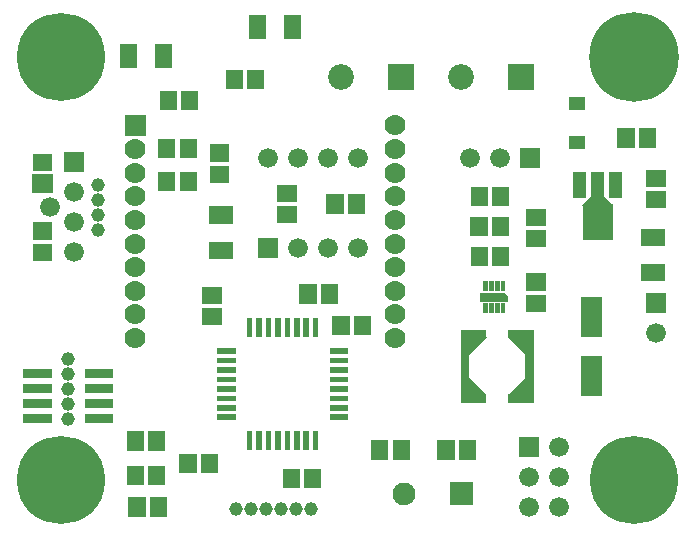
<source format=gbr>
G04 start of page 5 for group -4063 idx -4063 *
G04 Title: (unknown), componentmask *
G04 Creator: pcb 20110918 *
G04 CreationDate: Thu 28 Mar 2013 11:33:22 PM GMT UTC *
G04 For: railfan *
G04 Format: Gerber/RS-274X *
G04 PCB-Dimensions: 225000 175000 *
G04 PCB-Coordinate-Origin: lower left *
%MOIN*%
%FSLAX25Y25*%
%LNTOPMASK*%
%ADD94R,0.0202X0.0202*%
%ADD93R,0.0300X0.0300*%
%ADD92R,0.0158X0.0158*%
%ADD91R,0.0420X0.0420*%
%ADD90R,0.1005X0.1005*%
%ADD89R,0.0438X0.0438*%
%ADD88R,0.0690X0.0690*%
%ADD87R,0.0290X0.0290*%
%ADD86R,0.0300X0.0300*%
%ADD85R,0.0622X0.0622*%
%ADD84R,0.0187X0.0187*%
%ADD83R,0.0572X0.0572*%
%ADD82C,0.0760*%
%ADD81C,0.0460*%
%ADD80C,0.0860*%
%ADD79C,0.2987*%
%ADD78C,0.0700*%
%ADD77C,0.0660*%
%ADD76C,0.0001*%
%ADD75C,0.2937*%
G54D75*X17000Y158000D03*
G54D76*G36*
X38386Y138748D02*Y131748D01*
X45386D01*
Y138748D01*
X38386D01*
G37*
G36*
X82700Y97800D02*Y91200D01*
X89300D01*
Y97800D01*
X82700D01*
G37*
G54D77*X96000Y94500D03*
Y124500D03*
X86000D03*
X106000Y94500D03*
X116000D03*
G54D78*X128500Y88004D03*
Y80130D03*
Y72256D03*
Y119500D03*
Y111626D03*
Y103752D03*
Y95878D03*
G54D76*G36*
X212200Y79300D02*Y72700D01*
X218800D01*
Y79300D01*
X212200D01*
G37*
G54D77*X215500Y66000D03*
G54D76*G36*
X170200Y127800D02*Y121200D01*
X176800D01*
Y127800D01*
X170200D01*
G37*
G54D77*X163500Y124500D03*
X153500D03*
X116000D03*
X106000D03*
G54D79*X208000Y158000D03*
G54D76*G36*
X166200Y155800D02*Y147200D01*
X174800D01*
Y155800D01*
X166200D01*
G37*
G54D80*X150500Y151500D03*
G54D76*G36*
X126200Y155800D02*Y147200D01*
X134800D01*
Y155800D01*
X126200D01*
G37*
G54D78*X128500Y135248D03*
Y127374D03*
G54D80*X110500Y151500D03*
G54D75*X17000Y17000D03*
G54D81*X19500Y57500D03*
Y52500D03*
Y47500D03*
Y42500D03*
Y37500D03*
G54D76*G36*
X169700Y31300D02*Y24700D01*
X176300D01*
Y31300D01*
X169700D01*
G37*
G54D77*X183000Y28000D03*
G54D75*X208000Y17000D03*
G54D77*X183000Y18000D03*
Y8000D03*
G54D76*G36*
X146806Y16300D02*Y8700D01*
X154406D01*
Y16300D01*
X146806D01*
G37*
G54D82*X131394Y12500D03*
G54D77*X173000Y18000D03*
Y8000D03*
G54D81*X100500Y7500D03*
G54D78*X128500Y64382D03*
G54D81*X95500Y7500D03*
X90500D03*
X85500D03*
X80500D03*
X75500D03*
G54D76*G36*
X18200Y126300D02*Y119700D01*
X24800D01*
Y126300D01*
X18200D01*
G37*
G54D81*X29500Y115500D03*
G54D77*X21500Y113000D03*
Y103000D03*
Y93000D03*
G54D81*X29500Y110500D03*
Y105500D03*
Y100500D03*
G54D77*X13500Y108000D03*
G54D78*X41886Y127374D03*
Y119500D03*
Y111626D03*
Y103752D03*
Y95878D03*
Y88004D03*
Y80130D03*
Y72256D03*
Y64382D03*
G54D83*X67150Y71457D02*X67936D01*
X67150Y78543D02*X67936D01*
X69319Y93595D02*X71681D01*
G54D84*X92575Y69992D02*Y65566D01*
G54D83*X99457Y79393D02*Y78607D01*
X106543Y79393D02*Y78607D01*
X110457Y68893D02*Y68107D01*
G54D84*X89425Y69992D02*Y65566D01*
G54D83*X101043Y17893D02*Y17107D01*
X93957Y17893D02*Y17107D01*
G54D84*X86275Y69992D02*Y65566D01*
X83126Y69992D02*Y65566D01*
X79976Y69992D02*Y65566D01*
X70008Y60023D02*X74434D01*
X70008Y56874D02*X74434D01*
X70008Y53724D02*X74434D01*
X70008Y50575D02*X74434D01*
X70008Y47425D02*X74434D01*
X70008Y44275D02*X74434D01*
X70008Y41126D02*X74434D01*
X70008Y37976D02*X74434D01*
G54D85*X10607Y115914D02*X11393D01*
G54D83*X10607Y123000D02*X11393D01*
X60043Y143893D02*Y143107D01*
X52957Y143893D02*Y143107D01*
X69607Y126043D02*X70393D01*
X59500Y127893D02*Y127107D01*
X52414Y127893D02*Y127107D01*
X69319Y105405D02*X71681D01*
X52414Y116893D02*Y116107D01*
X59500Y116893D02*Y116107D01*
X69607Y118957D02*X70393D01*
X82595Y169181D02*Y166819D01*
X74957Y150893D02*Y150107D01*
X82043Y150893D02*Y150107D01*
X94405Y169181D02*Y166819D01*
X108457Y109393D02*Y108607D01*
X115543Y109393D02*Y108607D01*
X92107Y105414D02*X92893D01*
X92107Y112500D02*X92893D01*
X51405Y159681D02*Y157319D01*
X39595Y159681D02*Y157319D01*
X59457Y22893D02*Y22107D01*
X66543Y22893D02*Y22107D01*
X49043Y30393D02*Y29607D01*
X49543Y8393D02*Y7607D01*
X42457Y8393D02*Y7607D01*
G54D86*X26500Y37500D02*X33000D01*
X26500Y42500D02*X33000D01*
X26500Y47500D02*X33000D01*
X26500Y52500D02*X33000D01*
G54D83*X41957Y30393D02*Y29607D01*
X49043Y18893D02*Y18107D01*
X41957Y18893D02*Y18107D01*
X10607Y100043D02*X11393D01*
X10607Y92957D02*X11393D01*
G54D86*X6000Y52500D02*X12500D01*
X6000Y47500D02*X12500D01*
X6000Y42500D02*X12500D01*
X6000Y37500D02*X12500D01*
G54D87*X173243Y65700D02*Y44300D01*
X167643D02*X173243D01*
X151843D02*X157443D01*
G54D76*G36*
X170293Y47250D02*Y43650D01*
X173893D01*
Y47250D01*
X170293D01*
G37*
G36*
X151193Y66350D02*Y62750D01*
X154793D01*
Y66350D01*
X151193D01*
G37*
G36*
Y47250D02*Y43650D01*
X154793D01*
Y47250D01*
X151193D01*
G37*
G36*
X168620Y67096D02*X174639Y61077D01*
X172093Y58531D01*
X166074Y64550D01*
X168620Y67096D01*
G37*
G36*
X166074Y45450D02*X172093Y51469D01*
X174639Y48923D01*
X168620Y42904D01*
X166074Y45450D01*
G37*
G36*
X150447Y61077D02*X156466Y67096D01*
X159012Y64550D01*
X152993Y58531D01*
X150447Y61077D01*
G37*
G36*
X152993Y51469D02*X159012Y45450D01*
X156466Y42904D01*
X150447Y48923D01*
X152993Y51469D01*
G37*
G54D83*X123414Y27393D02*Y26607D01*
X130500Y27393D02*Y26607D01*
X152543Y27393D02*Y26607D01*
X145457Y27393D02*Y26607D01*
G54D87*X167643Y65700D02*X173243D01*
X151843D02*Y44300D01*
Y65700D02*X157443D01*
G54D76*G36*
X170293Y66350D02*Y62750D01*
X173893D01*
Y66350D01*
X170293D01*
G37*
G54D84*X79977Y32434D02*Y28008D01*
X83126Y32434D02*Y28008D01*
X86276Y32434D02*Y28008D01*
X89425Y32434D02*Y28008D01*
X92575Y32434D02*Y28008D01*
X95725Y32434D02*Y28008D01*
X98874Y32434D02*Y28008D01*
X102024Y32434D02*Y28008D01*
X107566Y37977D02*X111992D01*
X107566Y41126D02*X111992D01*
X107566Y44276D02*X111992D01*
X107566Y47425D02*X111992D01*
X107566Y50575D02*X111992D01*
X107566Y53725D02*X111992D01*
X107566Y56874D02*X111992D01*
X107566Y60024D02*X111992D01*
X102023Y69992D02*Y65566D01*
X98874Y69992D02*Y65566D01*
X95724Y69992D02*Y65566D01*
G54D83*X117543Y68893D02*Y68107D01*
X213319Y86095D02*X215681D01*
X213319Y97905D02*X215681D01*
G54D88*X194000Y54807D02*Y48508D01*
Y74492D02*Y68193D01*
G54D83*X215107Y110457D02*X215893D01*
X215107Y117543D02*X215893D01*
G54D89*X196000Y117405D02*Y105595D01*
G54D90*Y103861D02*Y101971D01*
G54D91*X188400Y129600D02*X189600D01*
X188400Y142500D02*X189600D01*
G54D89*X201906Y117405D02*Y113311D01*
G54D76*G36*
X197885Y111850D02*X201149Y108586D01*
X199305Y106742D01*
X196041Y110006D01*
X197885Y111850D01*
G37*
G36*
X190851Y108586D02*X194115Y111850D01*
X195959Y110006D01*
X192695Y106742D01*
X190851Y108586D01*
G37*
G54D89*X190094Y117405D02*Y113311D01*
G54D83*X212543Y131393D02*Y130607D01*
X205457Y131393D02*Y130607D01*
X156500Y111893D02*Y111107D01*
X163586Y111893D02*Y111107D01*
X156457Y101893D02*Y101107D01*
X163543Y101893D02*Y101107D01*
X163586Y91893D02*Y91107D01*
X156500Y91893D02*Y91107D01*
X175150Y97457D02*X175936D01*
X175150Y104543D02*X175936D01*
X175150Y75957D02*X175936D01*
X175150Y83043D02*X175936D01*
G54D92*X164488Y82528D02*Y80756D01*
X162519Y82528D02*Y80756D01*
X160551Y82528D02*Y80756D01*
X158582Y82528D02*Y80756D01*
Y75244D02*Y73472D01*
X160551Y75244D02*Y73472D01*
X162519Y75244D02*Y73472D01*
X164488Y75244D02*Y73472D01*
G54D93*X158405Y78000D02*X163681D01*
G54D94*X157913Y77508D02*X165157D01*
G54D76*G36*
X163372Y78117D02*X164881Y79626D01*
X166290Y78217D01*
X164781Y76708D01*
X163372Y78117D01*
G37*
M02*

</source>
